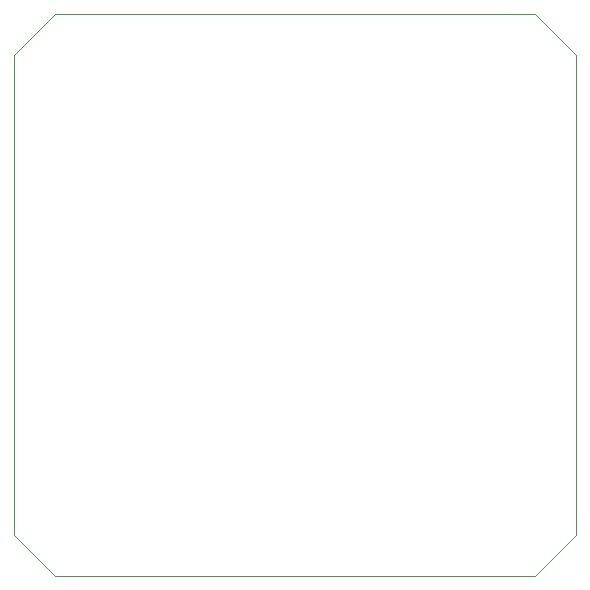
<source format=gbr>
%FSTAX23Y23*%
%MOIN*%
%SFA1B1*%

%IPPOS*%
%ADD39C,0.001000*%
%LNpcb1_profile-1*%
%LPD*%
G54D39*
X0Y00137D02*
Y01736D01*
X00137Y01874*
X01736*
X01874Y01736*
Y00137*
X01736Y0*
X00137*
X0Y00137*
M02*
</source>
